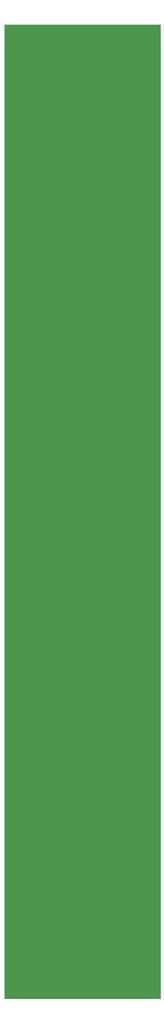
<source format=gts>
%TF.GenerationSoftware,KiCad,Pcbnew,(5.1.9)-1*%
%TF.CreationDate,2021-09-26T20:48:04+08:00*%
%TF.ProjectId,EX-HX-Combo-Backplate,45582d48-582d-4436-9f6d-626f2d426163,rev?*%
%TF.SameCoordinates,Original*%
%TF.FileFunction,Soldermask,Top*%
%TF.FilePolarity,Negative*%
%FSLAX46Y46*%
G04 Gerber Fmt 4.6, Leading zero omitted, Abs format (unit mm)*
G04 Created by KiCad (PCBNEW (5.1.9)-1) date 2021-09-26 20:48:04*
%MOMM*%
%LPD*%
G01*
G04 APERTURE LIST*
%ADD10C,0.100000*%
G04 APERTURE END LIST*
D10*
G36*
X271780000Y-153670000D02*
G01*
X251460000Y-153670000D01*
X251460000Y-26670000D01*
X271780000Y-26670000D01*
X271780000Y-153670000D01*
G37*
X271780000Y-153670000D02*
X251460000Y-153670000D01*
X251460000Y-26670000D01*
X271780000Y-26670000D01*
X271780000Y-153670000D01*
M02*

</source>
